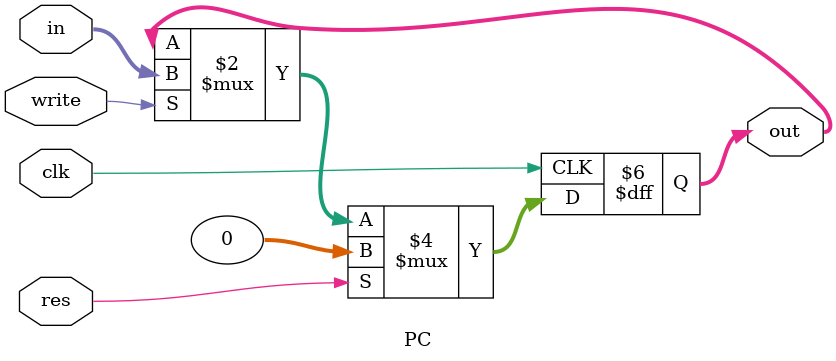
<source format=v>
`timescale 1ns / 1ps


module PC(input clk, res, write,
    input [31:0] in,
    output reg [31:0] out);
    
    always @(posedge clk) begin
        if (write)
            out <= in;
        if (res)
            out <= 32'b0;
    end    
    
endmodule

</source>
